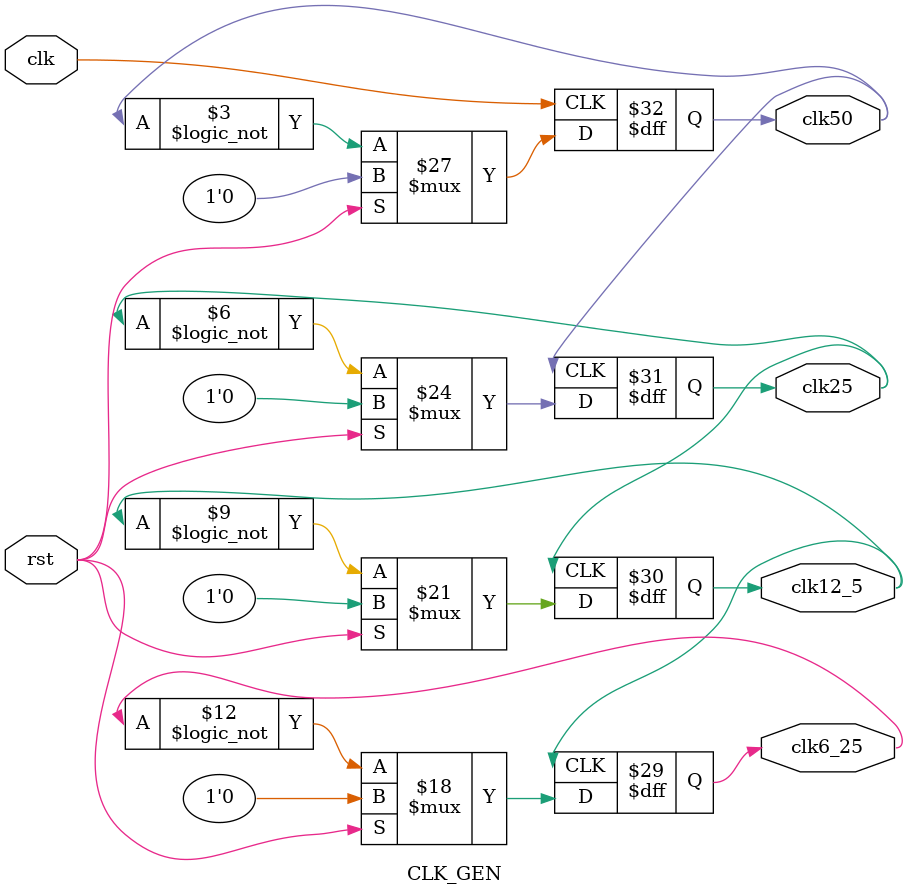
<source format=v>
`timescale 1ns / 1ps

module CLK_GEN(
    input clk,
    input rst,
    output clk50,
    output clk25,
    output clk12_5,
    output clk6_25
    );
    
    reg clk50 = 0;
    reg clk25 = 0;
    reg clk12_5 = 0;
    reg clk6_25 = 0;
    
	   always@(posedge clk)
		begin
            if (rst == 1)
                clk50 <= 1'b0;
            else 
                clk50 <= !clk50;
		end
		
		always@(posedge clk50)
		begin
            if (rst == 1)
                clk25 <= 1'b0;
            else
                clk25 <= !clk25;
        end
                
        always@(posedge clk25)
		begin
            if (rst == 1)
                clk12_5 <= 1'b0;
            else
                clk12_5 <= !clk12_5;
		end
		
	    always@(posedge clk12_5)
		begin
            if (rst == 1)
                clk6_25 <= 1'b0;
            else
                clk6_25 <= !clk6_25;
		end
		
endmodule
</source>
